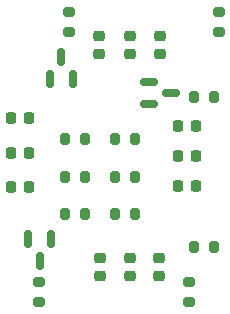
<source format=gbr>
%TF.GenerationSoftware,KiCad,Pcbnew,(6.0.4)*%
%TF.CreationDate,2024-03-23T15:20:54+02:00*%
%TF.ProjectId,EEE3088 Sensing,45454533-3038-4382-9053-656e73696e67,R1.0*%
%TF.SameCoordinates,Original*%
%TF.FileFunction,Paste,Top*%
%TF.FilePolarity,Positive*%
%FSLAX46Y46*%
G04 Gerber Fmt 4.6, Leading zero omitted, Abs format (unit mm)*
G04 Created by KiCad (PCBNEW (6.0.4)) date 2024-03-23 15:20:54*
%MOMM*%
%LPD*%
G01*
G04 APERTURE LIST*
G04 Aperture macros list*
%AMRoundRect*
0 Rectangle with rounded corners*
0 $1 Rounding radius*
0 $2 $3 $4 $5 $6 $7 $8 $9 X,Y pos of 4 corners*
0 Add a 4 corners polygon primitive as box body*
4,1,4,$2,$3,$4,$5,$6,$7,$8,$9,$2,$3,0*
0 Add four circle primitives for the rounded corners*
1,1,$1+$1,$2,$3*
1,1,$1+$1,$4,$5*
1,1,$1+$1,$6,$7*
1,1,$1+$1,$8,$9*
0 Add four rect primitives between the rounded corners*
20,1,$1+$1,$2,$3,$4,$5,0*
20,1,$1+$1,$4,$5,$6,$7,0*
20,1,$1+$1,$6,$7,$8,$9,0*
20,1,$1+$1,$8,$9,$2,$3,0*%
G04 Aperture macros list end*
%ADD10RoundRect,0.225000X-0.225000X-0.250000X0.225000X-0.250000X0.225000X0.250000X-0.225000X0.250000X0*%
%ADD11RoundRect,0.225000X0.250000X-0.225000X0.250000X0.225000X-0.250000X0.225000X-0.250000X-0.225000X0*%
%ADD12RoundRect,0.225000X-0.250000X0.225000X-0.250000X-0.225000X0.250000X-0.225000X0.250000X0.225000X0*%
%ADD13RoundRect,0.225000X0.225000X0.250000X-0.225000X0.250000X-0.225000X-0.250000X0.225000X-0.250000X0*%
%ADD14RoundRect,0.200000X0.200000X0.275000X-0.200000X0.275000X-0.200000X-0.275000X0.200000X-0.275000X0*%
%ADD15RoundRect,0.200000X0.275000X-0.200000X0.275000X0.200000X-0.275000X0.200000X-0.275000X-0.200000X0*%
%ADD16RoundRect,0.200000X-0.275000X0.200000X-0.275000X-0.200000X0.275000X-0.200000X0.275000X0.200000X0*%
%ADD17RoundRect,0.200000X-0.200000X-0.275000X0.200000X-0.275000X0.200000X0.275000X-0.200000X0.275000X0*%
%ADD18RoundRect,0.150000X-0.150000X0.587500X-0.150000X-0.587500X0.150000X-0.587500X0.150000X0.587500X0*%
%ADD19RoundRect,0.150000X0.150000X-0.587500X0.150000X0.587500X-0.150000X0.587500X-0.150000X-0.587500X0*%
%ADD20RoundRect,0.150000X-0.587500X-0.150000X0.587500X-0.150000X0.587500X0.150000X-0.587500X0.150000X0*%
G04 APERTURE END LIST*
D10*
%TO.C,C12*%
X129641000Y-72136000D03*
X131191000Y-72136000D03*
%TD*%
%TO.C,C11*%
X129654000Y-69215000D03*
X131204000Y-69215000D03*
%TD*%
%TO.C,C10*%
X129641000Y-75057000D03*
X131191000Y-75057000D03*
%TD*%
D11*
%TO.C,C9*%
X137160000Y-82600000D03*
X137160000Y-81050000D03*
%TD*%
D12*
%TO.C,C8*%
X142240000Y-63754000D03*
X142240000Y-62204000D03*
%TD*%
D13*
%TO.C,C7*%
X145314000Y-74930000D03*
X143764000Y-74930000D03*
%TD*%
D11*
%TO.C,C6*%
X139700000Y-82600000D03*
X139700000Y-81050000D03*
%TD*%
D12*
%TO.C,C5*%
X139700000Y-62204000D03*
X139700000Y-63754000D03*
%TD*%
D13*
%TO.C,C4*%
X145314000Y-72390000D03*
X143764000Y-72390000D03*
%TD*%
D11*
%TO.C,C3*%
X142200000Y-82600000D03*
X142200000Y-81050000D03*
%TD*%
D12*
%TO.C,C2*%
X137150000Y-62204000D03*
X137150000Y-63754000D03*
%TD*%
D13*
%TO.C,C1*%
X145314000Y-69850000D03*
X143764000Y-69850000D03*
%TD*%
D14*
%TO.C,R12*%
X140144000Y-77343000D03*
X138494000Y-77343000D03*
%TD*%
%TO.C,R11*%
X140144000Y-70993000D03*
X138494000Y-70993000D03*
%TD*%
%TO.C,R10*%
X140144000Y-74168000D03*
X138494000Y-74168000D03*
%TD*%
D15*
%TO.C,R9*%
X132030000Y-84745000D03*
X132030000Y-83095000D03*
%TD*%
D16*
%TO.C,R8*%
X147270000Y-60235000D03*
X147270000Y-61885000D03*
%TD*%
D14*
%TO.C,R7*%
X146825000Y-80110000D03*
X145175000Y-80110000D03*
%TD*%
D17*
%TO.C,R6*%
X134253000Y-77316000D03*
X135903000Y-77316000D03*
%TD*%
%TO.C,R5*%
X134253000Y-70966000D03*
X135903000Y-70966000D03*
%TD*%
%TO.C,R4*%
X134253000Y-74141000D03*
X135903000Y-74141000D03*
%TD*%
D15*
%TO.C,R3*%
X144730000Y-84745000D03*
X144730000Y-83095000D03*
%TD*%
D16*
%TO.C,R2*%
X134570000Y-60235000D03*
X134570000Y-61885000D03*
%TD*%
D14*
%TO.C,R1*%
X146825000Y-67410000D03*
X145175000Y-67410000D03*
%TD*%
D18*
%TO.C,Q3*%
X133030000Y-79405000D03*
X131130000Y-79405000D03*
X132080000Y-81280000D03*
%TD*%
D19*
%TO.C,Q2*%
X132974000Y-65913000D03*
X134874000Y-65913000D03*
X133924000Y-64038000D03*
%TD*%
D20*
%TO.C,Q1*%
X143177500Y-67056000D03*
X141302500Y-68006000D03*
X141302500Y-66106000D03*
%TD*%
M02*

</source>
